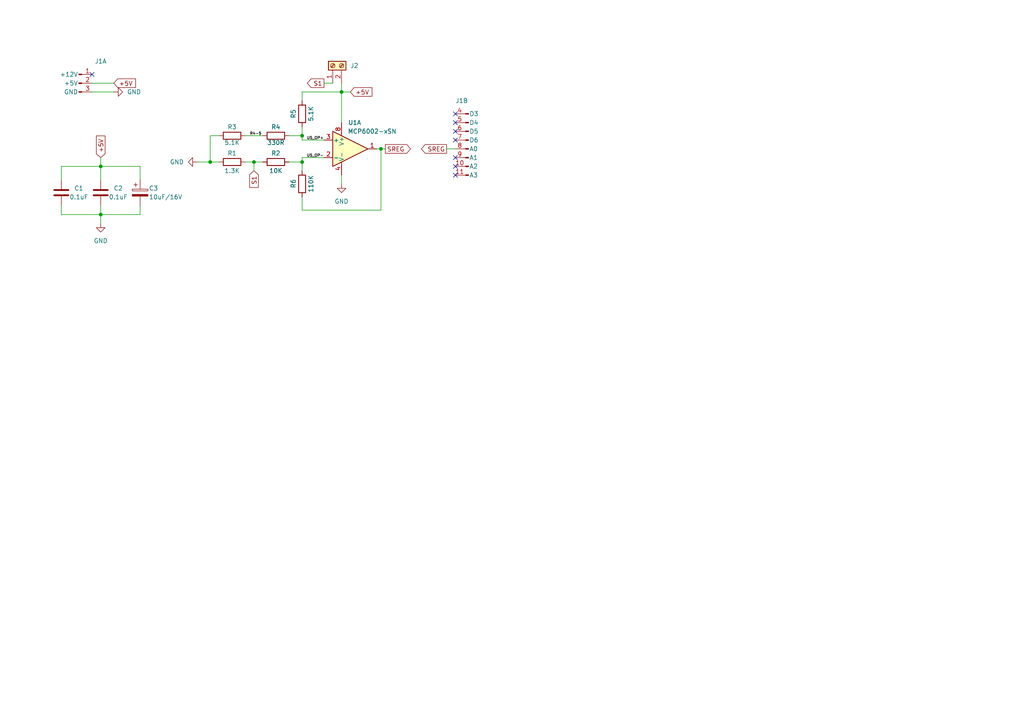
<source format=kicad_sch>
(kicad_sch (version 20211123) (generator eeschema)
  (paper "A4")
  (lib_symbols
    (symbol "Amplifier_Operational:MCP6002-xSN" (pin_names (offset 0.127))
      (property "Reference" "U" (at 0 5.08 0))
      (property "Value" "MCP6002-xSN" (at 0 -5.08 0))
      (symbol "MCP6002-xSN_1_1"
        (polyline (pts (xy -5.08 5.08) (xy 5.08 0) (xy -5.08 -5.08) (xy -5.08 5.08)) (stroke (width 0.254)) (fill (type background)))
        (pin output line (at 7.62 0 180) (length 2.54) (name "~") (number "1"))
        (pin input line (at -7.62 -2.54 0) (length 2.54) (name "-") (number "2"))
        (pin input line (at -7.62 2.54 0) (length 2.54) (name "+") (number "3"))
      )
      (symbol "MCP6002-xSN_2_1"
        (polyline (pts (xy -5.08 5.08) (xy 5.08 0) (xy -5.08 -5.08) (xy -5.08 5.08)) (stroke (width 0.254)) (fill (type background)))
        (pin input line (at -7.62 2.54 0) (length 2.54) (name "+") (number "5"))
        (pin input line (at -7.62 -2.54 0) (length 2.54) (name "-") (number "6"))
        (pin output line (at 7.62 0 180) (length 2.54) (name "~") (number "7"))
      )
      (symbol "MCP6002-xSN_3_1"
        (pin power_in line (at -2.54 -7.62 90) (length 3.81) (name "V-") (number "4"))
        (pin power_in line (at -2.54 7.62 270) (length 3.81) (name "V+") (number "8"))
      )
    )
    (symbol "CAN-ATmega:Connector_male" (pin_names (offset 1.5))
      (property "Reference" "J" (at -9 0 0))
      (property "Value" "Connector_male" (at 0 12 0))
      (symbol "Connector_male_1_1"
        (rectangle (start -2.9718 -2.413) (end -3.8354 -2.667) (stroke (width 0.1524)) (fill (type outline)))
        (rectangle (start -2.9718 0.127) (end -3.8354 -0.127) (stroke (width 0.1524)) (fill (type outline)))
        (rectangle (start -2.9718 2.667) (end -3.8354 2.413) (stroke (width 0.1524)) (fill (type outline)))
        (polyline (pts (xy -2.5654 -2.54) (xy -2.9718 -2.54)) (stroke (width 0.1524)))
        (polyline (pts (xy -2.5654 0) (xy -2.9718 0)) (stroke (width 0.1524)))
        (polyline (pts (xy -2.5654 2.54) (xy -2.9718 2.54)) (stroke (width 0.1524)))
        (pin power_in line (at 0 2.54 180) (length 2.54) (name "+12V") (number "1"))
        (pin power_in line (at 0 0 180) (length 2.54) (name "+5V") (number "2"))
        (pin power_in line (at 0 -2.54 180) (length 2.54) (name "GND") (number "3"))
      )
      (symbol "Connector_male_2_1"
        (rectangle (start -2.9718 -8.763) (end -3.8354 -9.017) (stroke (width 0.1524)) (fill (type outline)))
        (rectangle (start -2.9718 -6.223) (end -3.8354 -6.477) (stroke (width 0.1524)) (fill (type outline)))
        (rectangle (start -2.9718 -3.683) (end -3.8354 -3.937) (stroke (width 0.1524)) (fill (type outline)))
        (rectangle (start -2.9718 -1.143) (end -3.8354 -1.397) (stroke (width 0.1524)) (fill (type outline)))
        (rectangle (start -2.9718 1.397) (end -3.8354 1.143) (stroke (width 0.1524)) (fill (type outline)))
        (rectangle (start -2.9718 3.937) (end -3.8354 3.683) (stroke (width 0.1524)) (fill (type outline)))
        (rectangle (start -2.9718 6.477) (end -3.8354 6.223) (stroke (width 0.1524)) (fill (type outline)))
        (rectangle (start -2.9718 9.017) (end -3.8354 8.763) (stroke (width 0.1524)) (fill (type outline)))
        (polyline (pts (xy -2.5654 -8.89) (xy -2.9718 -8.89)) (stroke (width 0.1524)))
        (polyline (pts (xy -2.5654 -6.35) (xy -2.9718 -6.35)) (stroke (width 0.1524)))
        (polyline (pts (xy -2.5654 -3.81) (xy -2.9718 -3.81)) (stroke (width 0.1524)))
        (polyline (pts (xy -2.5654 -1.27) (xy -2.9718 -1.27)) (stroke (width 0.1524)))
        (polyline (pts (xy -2.5654 1.27) (xy -2.9718 1.27)) (stroke (width 0.1524)))
        (polyline (pts (xy -2.5654 3.81) (xy -2.9718 3.81)) (stroke (width 0.1524)))
        (polyline (pts (xy -2.5654 6.35) (xy -2.9718 6.35)) (stroke (width 0.1524)))
        (polyline (pts (xy -2.5654 8.89) (xy -2.9718 8.89)) (stroke (width 0.1524)))
        (pin passive line (at 0 -6.35 180) (length 2.54) (name "A2") (number "10"))
        (pin passive line (at 0 -8.89 180) (length 2.54) (name "A3") (number "11"))
        (pin passive line (at 0 8.89 180) (length 2.54) (name "D3") (number "4"))
        (pin passive line (at 0 6.35 180) (length 2.54) (name "D4") (number "5"))
        (pin passive line (at 0 3.81 180) (length 2.54) (name "D5") (number "6"))
        (pin passive line (at 0 1.27 180) (length 2.54) (name "D6") (number "7"))
        (pin passive line (at 0 -1.27 180) (length 2.54) (name "A0") (number "8"))
        (pin passive line (at 0 -3.81 180) (length 2.54) (name "A1") (number "9"))
      )
    )
    (symbol "Connector:Screw_Terminal_01x02" (pin_names (offset 1.016) hide)
      (property "Reference" "J" (at 0 2.54 0))
      (property "Value" "Screw_Terminal_01x02" (at 0 -5.08 0))
      (symbol "Screw_Terminal_01x02_1_1"
        (rectangle (start -1.27 1.27) (end 1.27 -3.81) (stroke (width 0.254)) (fill (type background)))
        (circle (center 0 -2.54) (radius 0.635) (stroke (width 0.1524)))
        (polyline (pts (xy -0.5334 -2.2098) (xy 0.3302 -3.048)) (stroke (width 0.1524)))
        (polyline (pts (xy -0.5334 0.3302) (xy 0.3302 -0.508)) (stroke (width 0.1524)))
        (polyline (pts (xy -0.3556 -2.032) (xy 0.508 -2.8702)) (stroke (width 0.1524)))
        (polyline (pts (xy -0.3556 0.508) (xy 0.508 -0.3302)) (stroke (width 0.1524)))
        (circle (center 0 0) (radius 0.635) (stroke (width 0.1524)))
        (pin passive line (at -5.08 0 0) (length 3.81) (name "Pin_1") (number "1"))
        (pin passive line (at -5.08 -2.54 0) (length 3.81) (name "Pin_2") (number "2"))
      )
    )
    (symbol "Connector_male_1" (pin_names (offset 1.5))
      (property "Reference" "J" (at -9 0 0))
      (property "Value" "Connector_male_1" (at 0 12 0))
      (symbol "Connector_male_1_1_1"
        (rectangle (start -2.9718 -2.413) (end -3.8354 -2.667) (stroke (width 0.1524)) (fill (type outline)))
        (rectangle (start -2.9718 0.127) (end -3.8354 -0.127) (stroke (width 0.1524)) (fill (type outline)))
        (rectangle (start -2.9718 2.667) (end -3.8354 2.413) (stroke (width 0.1524)) (fill (type outline)))
        (polyline (pts (xy -2.5654 -2.54) (xy -2.9718 -2.54)) (stroke (width 0.1524)))
        (polyline (pts (xy -2.5654 0) (xy -2.9718 0)) (stroke (width 0.1524)))
        (polyline (pts (xy -2.5654 2.54) (xy -2.9718 2.54)) (stroke (width 0.1524)))
        (pin power_in line (at 0 2.54 180) (length 2.54) (name "+12V") (number "1"))
        (pin power_in line (at 0 0 180) (length 2.54) (name "+5V") (number "2"))
        (pin power_in line (at 0 -2.54 180) (length 2.54) (name "GND") (number "3"))
      )
      (symbol "Connector_male_1_2_1"
        (rectangle (start -2.9718 -8.763) (end -3.8354 -9.017) (stroke (width 0.1524)) (fill (type outline)))
        (rectangle (start -2.9718 -6.223) (end -3.8354 -6.477) (stroke (width 0.1524)) (fill (type outline)))
        (rectangle (start -2.9718 -3.683) (end -3.8354 -3.937) (stroke (width 0.1524)) (fill (type outline)))
        (rectangle (start -2.9718 -1.143) (end -3.8354 -1.397) (stroke (width 0.1524)) (fill (type outline)))
        (rectangle (start -2.9718 1.397) (end -3.8354 1.143) (stroke (width 0.1524)) (fill (type outline)))
        (rectangle (start -2.9718 3.937) (end -3.8354 3.683) (stroke (width 0.1524)) (fill (type outline)))
        (rectangle (start -2.9718 6.477) (end -3.8354 6.223) (stroke (width 0.1524)) (fill (type outline)))
        (rectangle (start -2.9718 9.017) (end -3.8354 8.763) (stroke (width 0.1524)) (fill (type outline)))
        (polyline (pts (xy -2.5654 -8.89) (xy -2.9718 -8.89)) (stroke (width 0.1524)))
        (polyline (pts (xy -2.5654 -6.35) (xy -2.9718 -6.35)) (stroke (width 0.1524)))
        (polyline (pts (xy -2.5654 -3.81) (xy -2.9718 -3.81)) (stroke (width 0.1524)))
        (polyline (pts (xy -2.5654 -1.27) (xy -2.9718 -1.27)) (stroke (width 0.1524)))
        (polyline (pts (xy -2.5654 1.27) (xy -2.9718 1.27)) (stroke (width 0.1524)))
        (polyline (pts (xy -2.5654 3.81) (xy -2.9718 3.81)) (stroke (width 0.1524)))
        (polyline (pts (xy -2.5654 6.35) (xy -2.9718 6.35)) (stroke (width 0.1524)))
        (polyline (pts (xy -2.5654 8.89) (xy -2.9718 8.89)) (stroke (width 0.1524)))
        (pin passive line (at 0 -6.35 180) (length 2.54) (name "A2") (number "10"))
        (pin passive line (at 0 -8.89 180) (length 2.54) (name "A3") (number "11"))
        (pin passive line (at 0 8.89 180) (length 2.54) (name "D3") (number "4"))
        (pin passive line (at 0 6.35 180) (length 2.54) (name "D4") (number "5"))
        (pin passive line (at 0 3.81 180) (length 2.54) (name "D5") (number "6"))
        (pin passive line (at 0 1.27 180) (length 2.54) (name "D6") (number "7"))
        (pin passive line (at 0 -1.27 180) (length 2.54) (name "A0") (number "8"))
        (pin passive line (at 0 -3.81 180) (length 2.54) (name "A1") (number "9"))
      )
    )
    (symbol "Device:C" (pin_numbers hide) (pin_names (offset 0.254))
      (property "Reference" "C" (at 0.635 2.54 0))
      (property "Value" "C" (at 0.635 -2.54 0))
      (symbol "C_0_1"
        (polyline (pts (xy -2.032 -0.762) (xy 2.032 -0.762)) (stroke (width 0.508)))
        (polyline (pts (xy -2.032 0.762) (xy 2.032 0.762)) (stroke (width 0.508)))
      )
      (symbol "C_1_1"
        (pin passive line (at 0 3.81 270) (length 2.794) (name "~") (number "1"))
        (pin passive line (at 0 -3.81 90) (length 2.794) (name "~") (number "2"))
      )
    )
    (symbol "Device:C_Polarized" (pin_numbers hide) (pin_names (offset 0.254))
      (property "Reference" "C" (at 0.635 2.54 0))
      (property "Value" "C_Polarized" (at 0.635 -2.54 0))
      (symbol "C_Polarized_0_1"
        (rectangle (start -2.286 0.508) (end 2.286 1.016))
        (polyline (pts (xy -1.778 2.286) (xy -0.762 2.286)))
        (polyline (pts (xy -1.27 2.794) (xy -1.27 1.778)))
        (rectangle (start 2.286 -0.508) (end -2.286 -1.016) (fill (type outline)))
      )
      (symbol "C_Polarized_1_1"
        (pin passive line (at 0 3.81 270) (length 2.794) (name "~") (number "1"))
        (pin passive line (at 0 -3.81 90) (length 2.794) (name "~") (number "2"))
      )
    )
    (symbol "Device:R" (pin_numbers hide) (pin_names (offset 0))
      (property "Reference" "R" (at 2.032 0 90))
      (property "Value" "R" (at 0 0 90))
      (symbol "R_0_1"
        (rectangle (start -1.016 -2.54) (end 1.016 2.54) (stroke (width 0.254)))
      )
      (symbol "R_1_1"
        (pin passive line (at 0 3.81 270) (length 1.27) (name "~") (number "1"))
        (pin passive line (at 0 -3.81 90) (length 1.27) (name "~") (number "2"))
      )
    )
    (symbol "power:GND" (power) (pin_names (offset 0))
      (property "Value" "GND" (at 0 -3.81 0))
      (symbol "GND_0_1"
        (polyline (pts (xy 0 0) (xy 0 -1.27) (xy 1.27 -1.27) (xy 0 -2.54) (xy -1.27 -1.27) (xy 0 -1.27)))
      )
      (symbol "GND_1_1"
        (pin power_in line (at 0 0 270) (length 0) hide (name "GND") (number "1"))
      )
    )
  )
  (junction (at 87.63 46.99))
  (junction (at 60.96 46.99))
  (junction (at 29.21 48.26))
  (junction (at 99.06 26.67))
  (junction (at 110.49 43.18))
  (junction (at 87.63 39.37))
  (junction (at 73.66 46.99))
  (junction (at 29.21 62.23))
  (no_connect (at 132.08 35.56))
  (no_connect (at 132.08 48.26))
  (no_connect (at 26.67 21.59))
  (no_connect (at 132.08 50.8))
  (no_connect (at 132.08 38.1))
  (no_connect (at 132.08 40.64))
  (no_connect (at 132.08 45.72))
  (no_connect (at 132.08 33.02))
  (wire (pts (xy 17.78 48.26) (xy 29.21 48.26)))
  (wire (pts (xy 99.06 24.13) (xy 99.06 26.67)))
  (wire (pts (xy 57.15 46.99) (xy 60.96 46.99)))
  (wire (pts (xy 99.06 26.67) (xy 99.06 35.56)))
  (wire (pts (xy 87.63 26.67) (xy 99.06 26.67)))
  (wire (pts (xy 73.66 46.99) (xy 73.66 49.53)))
  (wire (pts (xy 71.12 39.37) (xy 76.2 39.37)))
  (wire (pts (xy 110.49 43.18) (xy 110.49 60.96)))
  (wire (pts (xy 60.96 46.99) (xy 60.96 39.37)))
  (wire (pts (xy 29.21 48.26) (xy 40.64 48.26)))
  (wire (pts (xy 73.66 46.99) (xy 76.2 46.99)))
  (wire (pts (xy 87.63 45.72) (xy 93.98 45.72)))
  (wire (pts (xy 110.49 60.96) (xy 87.63 60.96)))
  (wire (pts (xy 87.63 60.96) (xy 87.63 57.15)))
  (wire (pts (xy 83.82 39.37) (xy 87.63 39.37)))
  (wire (pts (xy 40.64 62.23) (xy 29.21 62.23)))
  (wire (pts (xy 29.21 45.72) (xy 29.21 48.26)))
  (wire (pts (xy 40.64 59.69) (xy 40.64 62.23)))
  (wire (pts (xy 60.96 46.99) (xy 63.5 46.99)))
  (wire (pts (xy 17.78 48.26) (xy 17.78 52.07)))
  (wire (pts (xy 87.63 26.67) (xy 87.63 29.21)))
  (wire (pts (xy 60.96 39.37) (xy 63.5 39.37)))
  (wire (pts (xy 29.21 59.69) (xy 29.21 62.23)))
  (wire (pts (xy 26.67 26.67) (xy 33.02 26.67)))
  (wire (pts (xy 29.21 48.26) (xy 29.21 52.07)))
  (wire (pts (xy 71.12 46.99) (xy 73.66 46.99)))
  (wire (pts (xy 29.21 62.23) (xy 29.21 64.77)))
  (wire (pts (xy 87.63 49.53) (xy 87.63 46.99)))
  (wire (pts (xy 110.49 43.18) (xy 111.76 43.18)))
  (wire (pts (xy 99.06 26.67) (xy 101.6 26.67)))
  (wire (pts (xy 129.54 43.18) (xy 132.08 43.18)))
  (wire (pts (xy 87.63 46.99) (xy 87.63 45.72)))
  (wire (pts (xy 87.63 40.64) (xy 93.98 40.64)))
  (wire (pts (xy 110.49 43.18) (xy 109.22 43.18)))
  (wire (pts (xy 40.64 48.26) (xy 40.64 52.07)))
  (wire (pts (xy 93.98 24.13) (xy 96.52 24.13)))
  (wire (pts (xy 17.78 59.69) (xy 17.78 62.23)))
  (wire (pts (xy 83.82 46.99) (xy 87.63 46.99)))
  (wire (pts (xy 87.63 40.64) (xy 87.63 39.37)))
  (wire (pts (xy 26.67 24.13) (xy 33.02 24.13)))
  (wire (pts (xy 87.63 36.83) (xy 87.63 39.37)))
  (wire (pts (xy 99.06 50.8) (xy 99.06 53.34)))
  (wire (pts (xy 17.78 62.23) (xy 29.21 62.23)))
  (label "U5_OP-" (at 88.9 45.72 0) (effects (font (size 0.8 0.8))))
  (label "R4-5" (at 72.39 39.37 0) (effects (font (size 0.8 0.8))))
  (label "U5_OP+" (at 88.9 40.64 0) (effects (font (size 0.8 0.8))))
  (global_label "+5V" (shape input) (at 33.02 24.13 0) (property "Intersheet References" "${INTERSHEET_REFS}" (effects hide)))
  (global_label "S1" (shape output) (at 93.98 24.13 180) (property "Intersheet References" "${INTERSHEET_REFS}" (effects hide)))
  (global_label "+5V" (shape input) (at 29.21 45.72 90) (property "Intersheet References" "${INTERSHEET_REFS}" (effects hide)))
  (global_label "SREG" (shape output) (at 129.54 43.18 180) (property "Intersheet References" "${INTERSHEET_REFS}" (effects hide)))
  (global_label "S1" (shape input) (at 73.66 49.53 270) (property "Intersheet References" "${INTERSHEET_REFS}" (effects hide)))
  (global_label "SREG" (shape output) (at 111.76 43.18 0) (property "Intersheet References" "${INTERSHEET_REFS}" (effects hide)))
  (global_label "+5V" (shape input) (at 101.6 26.67 0) (property "Intersheet References" "${INTERSHEET_REFS}" (effects hide)))
  (symbol (lib_id "Device:R") (at 67.31 39.37 90) (unit 1)
    (property "Reference" "R3" (at 67.31 36.83 90))
    (property "Value" "5.1K" (at 67.31 40.64 90) (effects (justify bottom)))
    (property "Footprint" "Resistor_SMD:R_0805_2012Metric" (effects hide))
  )
  (symbol (lib_id "Connector:Screw_Terminal_01x02") (at 96.52 19.05 90) (unit 1)
    (property "Reference" "J2" (at 101.6 19.0499 90) (effects (justify right)))
    (property "Value" "Screw_Terminal_01x02" (effects hide))
    (property "Footprint" "TerminalBlock:TerminalBlock_bornier-2_P5.08mm" (effects hide))
  )
  (symbol (lib_id "power:GND") (at 33.02 26.67 90) (unit 1)
    (property "Reference" "#PWR0101" (effects hide))
    (property "Value" "GND" (at 36.83 26.6699 90) (effects (justify right)))
  )
  (symbol (lib_id "Device:R") (at 87.63 53.34 0) (unit 1)
    (property "Reference" "R6" (at 85.09 54.61 90) (effects (justify left)))
    (property "Value" "110K" (at 90.17 55.88 90) (effects (justify left)))
    (property "Footprint" "Resistor_SMD:R_0805_2012Metric" (effects hide))
  )
  (symbol (lib_id "power:GND") (at 29.21 64.77 0) (unit 1)
    (property "Reference" "#PWR0103" (effects hide))
    (property "Value" "GND" (at 29.21 69.85 0))
  )
  (symbol (lib_id "power:GND") (at 99.06 53.34 0) (unit 1)
    (property "Reference" "#PWR0104" (effects hide))
    (property "Value" "GND" (at 99.06 58.42 0))
  )
  (symbol (lib_id "Amplifier_Operational:MCP6002-xSN") (at 101.6 43.18 0) (unit 1)
    (property "Reference" "U1" (at 102.87 35.56 0))
    (property "Value" "MCP6002-xSN" (at 107.95 38.1 0))
    (property "Footprint" "Package_DIP:DIP-8_W7.62mm" (effects hide))
    (property "Datasheet" "http://ww1.microchip.com/downloads/en/DeviceDoc/21733j.pdf" (effects hide))
  )
  (symbol (lib_id "CAN-ATmega:Connector_male") (at 132.08 41.91 0) (mirror y) (unit 2)
    (property "Reference" "J1" (at 132.08 29.21 0) (effects (justify right)))
    (property "Value" "Connector_male" (effects hide))
    (property "Footprint" "CAN_ATmega:Connector_male" (effects hide))
  )
  (symbol (lib_id "Device:C_Polarized") (at 40.64 55.88 0) (unit 1)
    (property "Reference" "C3" (at 43.18 54.61 0) (effects (justify left)))
    (property "Value" "10uF/16V" (at 43.18 57.15 0) (effects (justify left)))
    (property "Footprint" "Capacitor_SMD:C_1206_3216Metric" (effects hide))
  )
  (symbol (lib_id "Device:R") (at 80.01 39.37 90) (unit 1)
    (property "Reference" "R4" (at 80.01 36.83 90))
    (property "Value" "330R" (at 80.01 40.64 90) (effects (justify bottom)))
    (property "Footprint" "Resistor_SMD:R_0805_2012Metric" (effects hide))
  )
  (symbol (lib_id "power:GND") (at 57.15 46.99 270) (unit 1)
    (property "Reference" "#PWR0102" (effects hide))
    (property "Value" "GND" (at 53.34 46.9899 90) (effects (justify right)))
  )
  (symbol (lib_id "Amplifier_Operational:MCP6002-xSN") (at 101.6 43.18 0) (unit 3)
    (property "Reference" "U1" (effects hide))
    (property "Value" "MCP6002-xSN" (effects hide))
    (property "Footprint" "Package_DIP:DIP-8_W7.62mm" (effects hide))
    (property "Datasheet" "http://ww1.microchip.com/downloads/en/DeviceDoc/21733j.pdf" (effects hide))
  )
  (symbol (lib_id "Device:R") (at 80.01 46.99 90) (unit 1)
    (property "Reference" "R2" (at 80.01 44.45 90))
    (property "Value" "10K" (at 80.01 49.53 90))
    (property "Footprint" "Resistor_SMD:R_0805_2012Metric" (effects hide))
  )
  (symbol (lib_id "Device:R") (at 67.31 46.99 270) (unit 1)
    (property "Reference" "R1" (at 67.31 44.45 90))
    (property "Value" "1.3K" (at 67.31 49.53 90))
    (property "Footprint" "Resistor_SMD:R_0805_2012Metric" (effects hide))
  )
  (symbol (lib_id "Device:C") (at 17.78 55.88 0) (unit 1)
    (property "Reference" "C1" (at 22.86 54.61 0))
    (property "Value" "0.1uF" (at 22.86 57.15 0))
    (property "Footprint" "Capacitor_SMD:C_1206_3216Metric" (effects hide))
  )
  (symbol (lib_id "Device:R") (at 87.63 33.02 0) (unit 1)
    (property "Reference" "R5" (at 85.09 33.02 90))
    (property "Value" "5.1K" (at 90.17 33.02 90))
    (property "Footprint" "Resistor_SMD:R_0805_2012Metric" (effects hide))
  )
  (symbol (lib_id "Device:C") (at 29.21 55.88 180) (unit 1)
    (property "Reference" "C2" (at 34.29 54.61 0))
    (property "Value" "0.1uF" (at 34.29 57.15 0))
    (property "Footprint" "Capacitor_SMD:C_1206_3216Metric" (effects hide))
  )
  (symbol (lib_name "Connector_male_1") (lib_id "CAN-ATmega:Connector_male") (at 26.67 24.13 0) (unit 1)
    (property "Reference" "J1" (at 29.21 17.78 0))
    (property "Value" "Connector_male" (effects hide))
    (property "Footprint" "CAN_ATmega:Connector_male" (effects hide))
  )
)
</source>
